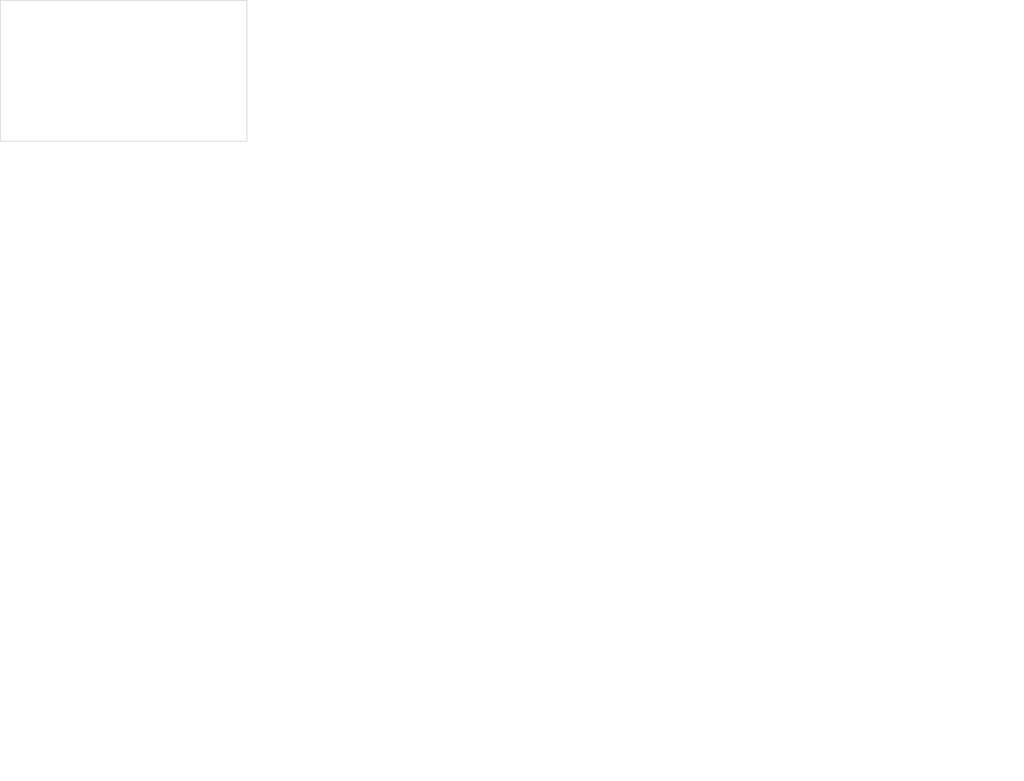
<source format=kicad_pcb>
(kicad_pcb (version 20221018) (generator pcbnew)

  (general
    (thickness 1.6)
  )

  (paper "A4")
  (layers
    (0 "F.Cu" signal)
    (31 "B.Cu" signal)
    (32 "B.Adhes" user "B.Adhesive")
    (33 "F.Adhes" user "F.Adhesive")
    (34 "B.Paste" user)
    (35 "F.Paste" user)
    (36 "B.SilkS" user "B.Silkscreen")
    (37 "F.SilkS" user "F.Silkscreen")
    (38 "B.Mask" user)
    (39 "F.Mask" user)
    (40 "Dwgs.User" user "User.Drawings")
    (41 "Cmts.User" user "User.Comments")
    (42 "Eco1.User" user "User.Eco1")
    (43 "Eco2.User" user "User.Eco2")
    (44 "Edge.Cuts" user)
    (45 "Margin" user)
    (46 "B.CrtYd" user "B.Courtyard")
    (47 "F.CrtYd" user "F.Courtyard")
    (48 "B.Fab" user)
    (49 "F.Fab" user)
    (50 "User.1" user)
    (51 "User.2" user)
    (52 "User.3" user)
    (53 "User.4" user)
    (54 "User.5" user)
    (55 "User.6" user)
    (56 "User.7" user)
    (57 "User.8" user)
    (58 "User.9" user)
  )

  (setup
    (stackup
      (layer "F.SilkS" (type "Top Silk Screen"))
      (layer "F.Paste" (type "Top Solder Paste"))
      (layer "F.Mask" (type "Top Solder Mask") (thickness 0.01))
      (layer "F.Cu" (type "copper") (thickness 0.035))
      (layer "dielectric 1" (type "core") (thickness 1.51) (material "FR4") (epsilon_r 4.5) (loss_tangent 0.02))
      (layer "B.Cu" (type "copper") (thickness 0.035))
      (layer "B.Mask" (type "Bottom Solder Mask") (thickness 0.01))
      (layer "B.Paste" (type "Bottom Solder Paste"))
      (layer "B.SilkS" (type "Bottom Silk Screen"))
      (copper_finish "None")
      (dielectric_constraints no)
    )
    (pad_to_mask_clearance 0)
    (pcbplotparams
      (layerselection 0x00010fc_ffffffff)
      (plot_on_all_layers_selection 0x0000000_00000000)
      (disableapertmacros false)
      (usegerberextensions false)
      (usegerberattributes true)
      (usegerberadvancedattributes true)
      (creategerberjobfile true)
      (dashed_line_dash_ratio 12.000000)
      (dashed_line_gap_ratio 3.000000)
      (svgprecision 4)
      (plotframeref false)
      (viasonmask false)
      (mode 1)
      (useauxorigin false)
      (hpglpennumber 1)
      (hpglpenspeed 20)
      (hpglpendiameter 15.000000)
      (dxfpolygonmode true)
      (dxfimperialunits true)
      (dxfusepcbnewfont true)
      (psnegative false)
      (psa4output false)
      (plotreference true)
      (plotvalue true)
      (plotinvisibletext false)
      (sketchpadsonfab false)
      (subtractmaskfromsilk false)
      (outputformat 1)
      (mirror false)
      (drillshape 1)
      (scaleselection 1)
      (outputdirectory "")
    )
  )

  (net 0 "")

  (gr_rect (start 130 80) (end 165 100)
    (stroke (width 0.1) (type default)) (fill none) (layer "Edge.Cuts") (tstamp ecee5e4a-67f8-4d2c-ac09-69aee19bff96))
  (gr_text "KiCad footprint merge request screenshot template (small parts)" (at 187 190.5) (layer "Cmts.User") (tstamp 51b0a636-5599-43d9-8e81-ca681368015e)
    (effects (font (size 1.5 1.5) (thickness 0.225)) (justify left bottom))
  )
  (gr_text "This template is for quickly creating diagrams for KiCad symbols and footprints.\n\nSteps to create a helpful screenshot for a merge request:\n  * Add the new or modified footprint to this PCB layout\n  * Use the dimension tool to create a fully-specified dimensioned drawing of the footprint\n  * Take a screenshot of the footprint and insert it into the GitLab merge request description field\n  * Optionally, set the manufacturer 3D model in the footprint properties and screenshot useful angles to show good part fit\nSee also: https://www.kicad.org/libraries/contribute/" (at 178 180) (layer "Cmts.User") (tstamp eb98cca5-fb32-4e7c-bcf2-f53490c493a9)
    (effects (font (size 1 1) (thickness 0.15)) (justify left bottom))
  )

)

</source>
